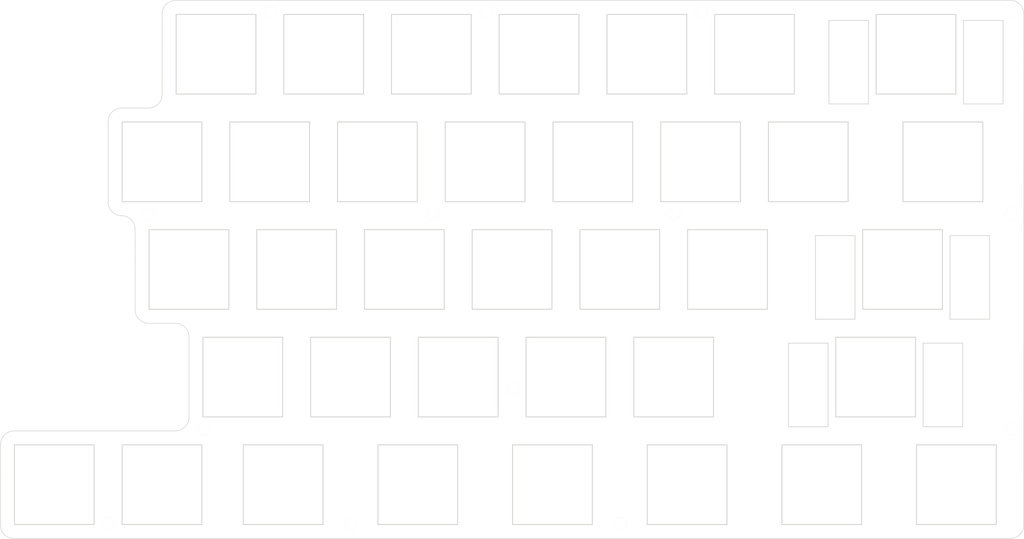
<source format=kicad_pcb>
(kicad_pcb (version 20221018) (generator pcbnew)
  (layers (0 "F.Cu" signal) (31 "B.Cu" signal) (34 "B.Paste" user) (35 "F.Paste" user) (36 "B.SilkS" user "B.Silkscreen") (37 "F.SilkS" user "F.Silkscreen") (38 "B.Mask" user) (39 "F.Mask" user) (44 "Edge.Cuts" user))
  (net 0 "")
  (footprint "kbd_SW_Hole:SW_Hole_1u" (layer "F.Cu") (at 109.39375 40.79875)
    (fp_text reference "SW36" hide)
    (fp_text value "SW_Push" hide)
    (fp_line (start -7.05 -7.05) (end 7.05 -7.05) (stroke (width 0.15)) (layer "Edge.Cuts"))
    (fp_line (start -7.05 7.05) (end -7.05 -7.05) (stroke (width 0.15)) (layer "Edge.Cuts"))
    (fp_line (start 7.05 -7.05) (end 7.05 7.05) (stroke (width 0.15)) (layer "Edge.Cuts"))
    (fp_line (start 7.05 7.05) (end -7.05 7.05) (stroke (width 0.15)) (layer "Edge.Cuts"))
  )
  (footprint "kbd_SW_Hole:SW_Hole_1.25u" (layer "F.Cu") (at 106.9975 116.99875)
    (fp_text reference "SW65" hide)
    (fp_text value "SW_Push" hide)
    (fp_line (start -7.05 -7.05) (end 7.05 -7.05) (stroke (width 0.15)) (layer "Edge.Cuts"))
    (fp_line (start -7.05 7.05) (end -7.05 -7.05) (stroke (width 0.15)) (layer "Edge.Cuts"))
    (fp_line (start 7.05 -7.05) (end 7.05 7.05) (stroke (width 0.15)) (layer "Edge.Cuts"))
    (fp_line (start 7.05 7.05) (end -7.05 7.05) (stroke (width 0.15)) (layer "Edge.Cuts"))
  )
  (footprint "kbd_SW_Hole:SW_Hole_1u" (layer "F.Cu") (at 71.30875 40.79875)
    (fp_text reference "SW34" hide)
    (fp_text value "SW_Push" hide)
    (fp_line (start -7.05 -7.05) (end 7.05 -7.05) (stroke (width 0.15)) (layer "Edge.Cuts"))
    (fp_line (start -7.05 7.05) (end -7.05 -7.05) (stroke (width 0.15)) (layer "Edge.Cuts"))
    (fp_line (start 7.05 -7.05) (end 7.05 7.05) (stroke (width 0.15)) (layer "Edge.Cuts"))
    (fp_line (start 7.05 7.05) (end -7.05 7.05) (stroke (width 0.15)) (layer "Edge.Cuts"))
  )
  (footprint "kbd_SW_Hole:SW_Hole_1u" (layer "F.Cu") (at 147.50875 40.79875)
    (fp_text reference "SW38" hide)
    (fp_text value "SW_Push" hide)
    (fp_line (start -7.05 -7.05) (end 7.05 -7.05) (stroke (width 0.15)) (layer "Edge.Cuts"))
    (fp_line (start -7.05 7.05) (end -7.05 -7.05) (stroke (width 0.15)) (layer "Edge.Cuts"))
    (fp_line (start 7.05 -7.05) (end 7.05 7.05) (stroke (width 0.15)) (layer "Edge.Cuts"))
    (fp_line (start 7.05 7.05) (end -7.05 7.05) (stroke (width 0.15)) (layer "Edge.Cuts"))
  )
  (footprint "kbd_SW_Hole:SW_Hole_1u" (layer "F.Cu") (at 99.85375 59.84875)
    (fp_text reference "SW43" hide)
    (fp_text value "SW_Push" hide)
    (fp_line (start -7.05 -7.05) (end 7.05 -7.05) (stroke (width 0.15)) (layer "Edge.Cuts"))
    (fp_line (start -7.05 7.05) (end -7.05 -7.05) (stroke (width 0.15)) (layer "Edge.Cuts"))
    (fp_line (start 7.05 -7.05) (end 7.05 7.05) (stroke (width 0.15)) (layer "Edge.Cuts"))
    (fp_line (start 7.05 7.05) (end -7.05 7.05) (stroke (width 0.15)) (layer "Edge.Cuts"))
  )
  (footprint "kbd_SW_Hole:SW_Hole_1u" (layer "F.Cu") (at 161.76625 78.89875)
    (fp_text reference "SW54" hide)
    (fp_text value "SW_Push" hide)
    (fp_line (start -7.05 -7.05) (end 7.05 -7.05) (stroke (width 0.15)) (layer "Edge.Cuts"))
    (fp_line (start -7.05 7.05) (end -7.05 -7.05) (stroke (width 0.15)) (layer "Edge.Cuts"))
    (fp_line (start 7.05 -7.05) (end 7.05 7.05) (stroke (width 0.15)) (layer "Edge.Cuts"))
    (fp_line (start 7.05 7.05) (end -7.05 7.05) (stroke (width 0.15)) (layer "Edge.Cuts"))
  )
  (footprint "kbd_Hole:m2_Screw_Hole_EdgeCuts" (layer "F.Cu") (at 52.3875 123.825)
    (fp_text reference "Ref**" hide)
    (fp_text value "Val**" hide)
    (fp_circle (center 0 0) (end 1.1 0) (stroke (width 0.01)) (fill none) (layer "Edge.Cuts"))
  )
  (footprint "kbd_Hole:m2_Screw_Hole_EdgeCuts" (layer "F.Cu") (at 69.05625 107.15625)
    (fp_text reference "Ref**" hide)
    (fp_text value "Val**" hide)
    (fp_circle (center 0 0) (end 1.1 0) (stroke (width 0.01)) (fill none) (layer "Edge.Cuts"))
  )
  (footprint "kbd_SW_Hole:SW_Hole_1u" (layer "F.Cu") (at 133.19125 97.94875)
    (fp_text reference "SW59" hide)
    (fp_text value "SW_Push" hide)
    (fp_line (start -7.05 -7.05) (end 7.05 -7.05) (stroke (width 0.15)) (layer "Edge.Cuts"))
    (fp_line (start -7.05 7.05) (end -7.05 -7.05) (stroke (width 0.15)) (layer "Edge.Cuts"))
    (fp_line (start 7.05 -7.05) (end 7.05 7.05) (stroke (width 0.15)) (layer "Edge.Cuts"))
    (fp_line (start 7.05 7.05) (end -7.05 7.05) (stroke (width 0.15)) (layer "Edge.Cuts"))
  )
  (footprint "kbd_SW_Hole:SW_Hole_1u" (layer "F.Cu") (at 142.71625 78.89875)
    (fp_text reference "SW53" hide)
    (fp_text value "SW_Push" hide)
    (fp_line (start -7.05 -7.05) (end 7.05 -7.05) (stroke (width 0.15)) (layer "Edge.Cuts"))
    (fp_line (start -7.05 7.05) (end -7.05 -7.05) (stroke (width 0.15)) (layer "Edge.Cuts"))
    (fp_line (start 7.05 -7.05) (end 7.05 7.05) (stroke (width 0.15)) (layer "Edge.Cuts"))
    (fp_line (start 7.05 7.05) (end -7.05 7.05) (stroke (width 0.15)) (layer "Edge.Cuts"))
  )
  (footprint "kbd_SW_Hole:SW_Hole_1u" (layer "F.Cu") (at 95.09125 97.94875)
    (fp_text reference "SW57" hide)
    (fp_text value "SW_Push" hide)
    (fp_line (start -7.05 -7.05) (end 7.05 -7.05) (stroke (width 0.15)) (layer "Edge.Cuts"))
    (fp_line (start -7.05 7.05) (end -7.05 -7.05) (stroke (width 0.15)) (layer "Edge.Cuts"))
    (fp_line (start 7.05 -7.05) (end 7.05 7.05) (stroke (width 0.15)) (layer "Edge.Cuts"))
    (fp_line (start 7.05 7.05) (end -7.05 7.05) (stroke (width 0.15)) (layer "Edge.Cuts"))
  )
  (footprint "kbd_Hole:m2_Screw_Hole_EdgeCuts" (layer "F.Cu") (at 211.93125 69.05625)
    (fp_text reference "Ref**" hide)
    (fp_text value "Val**" hide)
    (fp_circle (center 0 0) (end 1.1 0) (stroke (width 0.01)) (fill none) (layer "Edge.Cuts"))
  )
  (footprint "kbd_Hole:m2_Screw_Hole_EdgeCuts" (layer "F.Cu") (at 80.9625 33.3375)
    (fp_text reference "Ref**" hide)
    (fp_text value "Val**" hide)
    (fp_circle (center 0 0) (end 1.1 0) (stroke (width 0.01)) (fill none) (layer "Edge.Cuts"))
  )
  (footprint "kbd_SW_Hole:SW_Hole_1u" (layer "F.Cu") (at 90.34375 40.79875)
    (fp_text reference "SW35" hide)
    (fp_text value "SW_Push" hide)
    (fp_line (start -7.05 -7.05) (end 7.05 -7.05) (stroke (width 0.15)) (layer "Edge.Cuts"))
    (fp_line (start -7.05 7.05) (end -7.05 -7.05) (stroke (width 0.15)) (layer "Edge.Cuts"))
    (fp_line (start 7.05 -7.05) (end 7.05 7.05) (stroke (width 0.15)) (layer "Edge.Cuts"))
    (fp_line (start 7.05 7.05) (end -7.05 7.05) (stroke (width 0.15)) (layer "Edge.Cuts"))
  )
  (footprint "kbd_SW_Hole:SW_Hole_1u" (layer "F.Cu") (at 42.70375 116.99875)
    (fp_text reference "SW62" hide)
    (fp_text value "SW_Push" hide)
    (fp_line (start -7.05 -7.05) (end 7.05 -7.05) (stroke (width 0.15)) (layer "Edge.Cuts"))
    (fp_line (start -7.05 7.05) (end -7.05 -7.05) (stroke (width 0.15)) (layer "Edge.Cuts"))
    (fp_line (start 7.05 -7.05) (end 7.05 7.05) (stroke (width 0.15)) (layer "Edge.Cuts"))
    (fp_line (start 7.05 7.05) (end -7.05 7.05) (stroke (width 0.15)) (layer "Edge.Cuts"))
  )
  (footprint "kbd_SW_Hole:SW_Hole_1u" (layer "F.Cu") (at 66.51625 78.89875)
    (fp_text reference "SW49" hide)
    (fp_text value "SW_Push" hide)
    (fp_line (start -7.05 -7.05) (end 7.05 -7.05) (stroke (width 0.15)) (layer "Edge.Cuts"))
    (fp_line (start -7.05 7.05) (end -7.05 -7.05) (stroke (width 0.15)) (layer "Edge.Cuts"))
    (fp_line (start 7.05 -7.05) (end 7.05 7.05) (stroke (width 0.15)) (layer "Edge.Cuts"))
    (fp_line (start 7.05 7.05) (end -7.05 7.05) (stroke (width 0.15)) (layer "Edge.Cuts"))
  )
  (footprint "kbd_Hole:m2_Screw_Hole_EdgeCuts" (layer "F.Cu") (at 119.0625 33.3375)
    (fp_text reference "Ref**" hide)
    (fp_text value "Val**" hide)
    (fp_circle (center 0 0) (end 1.1 0) (stroke (width 0.01)) (fill none) (layer "Edge.Cuts"))
  )
  (footprint "kbd_SW_Hole:SW_Hole_1.5u" (layer "F.Cu") (at 199.86625 59.84875)
    (fp_text reference "SW48" hide)
    (fp_text value "SW_Push" hide)
    (fp_line (start -7.05 -7.05) (end 7.05 -7.05) (stroke (width 0.15)) (layer "Edge.Cuts"))
    (fp_line (start -7.05 7.05) (end -7.05 -7.05) (stroke (width 0.15)) (layer "Edge.Cuts"))
    (fp_line (start 7.05 -7.05) (end 7.05 7.05) (stroke (width 0.15)) (layer "Edge.Cuts"))
    (fp_line (start 7.05 7.05) (end -7.05 7.05) (stroke (width 0.15)) (layer "Edge.Cuts"))
  )
  (footprint "kbd_Hole:m2_Screw_Hole_EdgeCuts" (layer "F.Cu") (at 123.825 100.0125)
    (fp_text reference "Ref**" hide)
    (fp_text value "Val**" hide)
    (fp_circle (center 0 0) (end 1.1 0) (stroke (width 0.01)) (fill none) (layer "Edge.Cuts"))
  )
  (footprint "kbd_SW_Hole:SW_Hole_1.25u" (layer "F.Cu") (at 202.2475 116.99875)
    (fp_text reference "SW69" hide)
    (fp_text value "SW_Push" hide)
    (fp_line (start -7.05 -7.05) (end 7.05 -7.05) (stroke (width 0.15)) (layer "Edge.Cuts"))
    (fp_line (start -7.05 7.05) (end -7.05 -7.05) (stroke (width 0.15)) (layer "Edge.Cuts"))
    (fp_line (start 7.05 -7.05) (end 7.05 7.05) (stroke (width 0.15)) (layer "Edge.Cuts"))
    (fp_line (start 7.05 7.05) (end -7.05 7.05) (stroke (width 0.15)) (layer "Edge.Cuts"))
  )
  (footprint "kbd_SW_Hole:SW_Hole_1u" (layer "F.Cu") (at 114.14125 97.94875)
    (fp_text reference "SW58" hide)
    (fp_text value "SW_Push" hide)
    (fp_line (start -7.05 -7.05) (end 7.05 -7.05) (stroke (width 0.15)) (layer "Edge.Cuts"))
    (fp_line (start -7.05 7.05) (end -7.05 -7.05) (stroke (width 0.15)) (layer "Edge.Cuts"))
    (fp_line (start 7.05 -7.05) (end 7.05 7.05) (stroke (width 0.15)) (layer "Edge.Cuts"))
    (fp_line (start 7.05 7.05) (end -7.05 7.05) (stroke (width 0.15)) (layer "Edge.Cuts"))
  )
  (footprint "kbd_SW_Hole:SW_Hole_1u" (layer "F.Cu") (at 104.61625 78.89875)
    (fp_text reference "SW51" hide)
    (fp_text value "SW_Push" hide)
    (fp_line (start -7.05 -7.05) (end 7.05 -7.05) (stroke (width 0.15)) (layer "Edge.Cuts"))
    (fp_line (start -7.05 7.05) (end -7.05 -7.05) (stroke (width 0.15)) (layer "Edge.Cuts"))
    (fp_line (start 7.05 -7.05) (end 7.05 7.05) (stroke (width 0.15)) (layer "Edge.Cuts"))
    (fp_line (start 7.05 7.05) (end -7.05 7.05) (stroke (width 0.15)) (layer "Edge.Cuts"))
  )
  (footprint "kbd_Hole:m2_Screw_Hole_EdgeCuts" (layer "F.Cu") (at 152.4 69.05625)
    (fp_text reference "Ref**" hide)
    (fp_text value "Val**" hide)
    (fp_circle (center 0 0) (end 1.1 0) (stroke (width 0.01)) (fill none) (layer "Edge.Cuts"))
  )
  (footprint "kbd_SW_Hole:SW_Hole_1u" (layer "F.Cu") (at 61.75375 59.84875)
    (fp_text reference "SW41" hide)
    (fp_text value "SW_Push" hide)
    (fp_line (start -7.05 -7.05) (end 7.05 -7.05) (stroke (width 0.15)) (layer "Edge.Cuts"))
    (fp_line (start -7.05 7.05) (end -7.05 -7.05) (stroke (width 0.15)) (layer "Edge.Cuts"))
    (fp_line (start 7.05 -7.05) (end 7.05 7.05) (stroke (width 0.15)) (layer "Edge.Cuts"))
    (fp_line (start 7.05 7.05) (end -7.05 7.05) (stroke (width 0.15)) (layer "Edge.Cuts"))
  )
  (footprint "kbd_Hole:m2_Screw_Hole_EdgeCuts" (layer "F.Cu") (at 157.1625 33.3375)
    (fp_text reference "Ref**" hide)
    (fp_text value "Val**" hide)
    (fp_circle (center 0 0) (end 1.1 0) (stroke (width 0.01)) (fill none) (layer "Edge.Cuts"))
  )
  (footprint "kbd_SW_Hole:SW_Hole_1u" (layer "F.Cu") (at 118.90375 59.84875)
    (fp_text reference "SW44" hide)
    (fp_text value "SW_Push" hide)
    (fp_line (start -7.05 -7.05) (end 7.05 -7.05) (stroke (width 0.15)) (layer "Edge.Cuts"))
    (fp_line (start -7.05 7.05) (end -7.05 -7.05) (stroke (width 0.15)) (layer "Edge.Cuts"))
    (fp_line (start 7.05 -7.05) (end 7.05 7.05) (stroke (width 0.15)) (layer "Edge.Cuts"))
    (fp_line (start 7.05 7.05) (end -7.05 7.05) (stroke (width 0.15)) (layer "Edge.Cuts"))
  )
  (footprint "kbd_SW_Hole:SW_Hole_2.25u" (layer "F.Cu") (at 192.7225 78.89875)
    (fp_text reference "SW55" hide)
    (fp_text value "SW_Push" hide)
    (fp_line (start -15.4 -6) (end -8.4 -6) (stroke (width 0.12)) (layer "Edge.Cuts"))
    (fp_line (start -15.4 8.8) (end -15.4 -6) (stroke (width 0.12)) (layer "Edge.Cuts"))
    (fp_line (start -8.4 -6) (end -8.4 8.8) (stroke (width 0.12)) (layer "Edge.Cuts"))
    (fp_line (start -8.4 8.8) (end -15.4 8.8) (stroke (width 0.12)) (layer "Edge.Cuts"))
    (fp_line (start -7.05 -7.05) (end 7.05 -7.05) (stroke (width 0.15)) (layer "Edge.Cuts"))
    (fp_line (start -7.05 7.05) (end -7.05 -7.05) (stroke (width 0.15)) (layer "Edge.Cuts"))
    (fp_line (start 7.05 -7.05) (end 7.05 7.05) (stroke (width 0.15)) (layer "Edge.Cuts"))
    (fp_line (start 7.05 7.05) (end -7.05 7.05) (stroke (width 0.15)) (layer "Edge.Cuts"))
    (fp_line (start 8.4 -6) (end 8.4 8.8) (stroke (width 0.12)) (layer "Edge.Cuts"))
    (fp_line (start 8.4 8.8) (end 15.4 8.8) (stroke (width 0.12)) (layer "Edge.Cuts"))
    (fp_line (start 15.4 -6) (end 8.4 -6) (stroke (width 0.12)) (layer "Edge.Cuts"))
    (fp_line (start 15.4 8.8) (end 15.4 -6) (stroke (width 0.12)) (layer "Edge.Cuts"))
  )
  (footprint "kbd_SW_Hole:SW_Hole_1u" (layer "F.Cu") (at 176.05375 59.84875)
    (fp_text reference "SW47" hide)
    (fp_text value "SW_Push" hide)
    (fp_line (start -7.05 -7.05) (end 7.05 -7.05) (stroke (width 0.15)) (layer "Edge.Cuts"))
    (fp_line (start -7.05 7.05) (end -7.05 -7.05) (stroke (width 0.15)) (layer "Edge.Cuts"))
    (fp_line (start 7.05 -7.05) (end 7.05 7.05) (stroke (width 0.15)) (layer "Edge.Cuts"))
    (fp_line (start 7.05 7.05) (end -7.05 7.05) (stroke (width 0.15)) (layer "Edge.Cuts"))
  )
  (footprint "kbd_SW_Hole:SW_Hole_2u" (layer "F.Cu") (at 195.10375 40.79875)
    (fp_text reference "SW40" hide)
    (fp_text value "SW_Push" hide)
    (fp_line (start -15.4 -6) (end -8.4 -6) (stroke (width 0.12)) (layer "Edge.Cuts"))
    (fp_line (start -15.4 8.8) (end -15.4 -6) (stroke (width 0.12)) (layer "Edge.Cuts"))
    (fp_line (start -8.4 -6) (end -8.4 8.8) (stroke (width 0.12)) (layer "Edge.Cuts"))
    (fp_line (start -8.4 8.8) (end -15.4 8.8) (stroke (width 0.12)) (layer "Edge.Cuts"))
    (fp_line (start -7.05 -7.05) (end 7.05 -7.05) (stroke (width 0.15)) (layer "Edge.Cuts"))
    (fp_line (start -7.05 7.05) (end -7.05 -7.05) (stroke (width 0.15)) (layer "Edge.Cuts"))
    (fp_line (start 7.05 -7.05) (end 7.05 7.05) (stroke (width 0.15)) (layer "Edge.Cuts"))
    (fp_line (start 7.05 7.05) (end -7.05 7.05) (stroke (width 0.15)) (layer "Edge.Cuts"))
    (fp_line (start 8.4 -6) (end 8.4 8.8) (stroke (width 0.12)) (layer "Edge.Cuts"))
    (fp_line (start 8.4 8.8) (end 15.4 8.8) (stroke (width 0.12)) (layer "Edge.Cuts"))
    (fp_line (start 15.4 -6) (end 8.4 -6) (stroke (width 0.12)) (layer "Edge.Cuts"))
    (fp_line (start 15.4 8.8) (end 15.4 -6) (stroke (width 0.12)) (layer "Edge.Cuts"))
  )
  (footprint "kbd_SW_Hole:SW_Hole_1u" (layer "F.Cu") (at 166.54375 40.79875)
    (fp_text reference "SW39" hide)
    (fp_text value "SW_Push" hide)
    (fp_line (start -7.05 -7.05) (end 7.05 -7.05) (stroke (width 0.15)) (layer "Edge.Cuts"))
    (fp_line (start -7.05 7.05) (end -7.05 -7.05) (stroke (width 0.15)) (layer "Edge.Cuts"))
    (fp_line (start 7.05 -7.05) (end 7.05 7.05) (stroke (width 0.15)) (layer "Edge.Cuts"))
    (fp_line (start 7.05 7.05) (end -7.05 7.05) (stroke (width 0.15)) (layer "Edge.Cuts"))
  )
  (footprint "kbd_SW_Hole:SW_Hole_1.25u" (layer "F.Cu") (at 130.81 116.99875)
    (fp_text reference "SW66" hide)
    (fp_text value "SW_Push" hide)
    (fp_line (start -7.05 -7.05) (end 7.05 -7.05) (stroke (width 0.15)) (layer "Edge.Cuts"))
    (fp_line (start -7.05 7.05) (end -7.05 -7.05) (stroke (width 0.15)) (layer "Edge.Cuts"))
    (fp_line (start 7.05 -7.05) (end 7.05 7.05) (stroke (width 0.15)) (layer "Edge.Cuts"))
    (fp_line (start 7.05 7.05) (end -7.05 7.05) (stroke (width 0.15)) (layer "Edge.Cuts"))
  )
  (footprint "kbd_Hole:m2_Screw_Hole_EdgeCuts" (layer "F.Cu") (at 211.93125 33.3375)
    (fp_text reference "Ref**" hide)
    (fp_text value "Val**" hide)
    (fp_circle (center 0 0) (end 1.1 0) (stroke (width 0.01)) (fill none) (layer "Edge.Cuts"))
  )
  (footprint "kbd_SW_Hole:SW_Hole_1u" (layer "F.Cu") (at 128.44375 40.79875)
    (fp_text reference "SW37" hide)
    (fp_text value "SW_Push" hide)
    (fp_line (start -7.05 -7.05) (end 7.05 -7.05) (stroke (width 0.15)) (layer "Edge.Cuts"))
    (fp_line (start -7.05 7.05) (end -7.05 -7.05) (stroke (width 0.15)) (layer "Edge.Cuts"))
    (fp_line (start 7.05 -7.05) (end 7.05 7.05) (stroke (width 0.15)) (layer "Edge.Cuts"))
    (fp_line (start 7.05 7.05) (end -7.05 7.05) (stroke (width 0.15)) (layer "Edge.Cuts"))
  )
  (footprint "kbd_SW_Hole:SW_Hole_2.75u" (layer "F.Cu") (at 187.96 97.94875)
    (fp_text reference "SW61" hide)
    (fp_text value "SW_Push" hide)
    (fp_line (start -15.4 -6) (end -8.4 -6) (stroke (width 0.12)) (layer "Edge.Cuts"))
    (fp_line (start -15.4 8.8) (end -15.4 -6) (stroke (width 0.12)) (layer "Edge.Cuts"))
    (fp_line (start -8.4 -6) (end -8.4 8.8) (stroke (width 0.12)) (layer "Edge.Cuts"))
    (fp_line (start -8.4 8.8) (end -15.4 8.8) (stroke (width 0.12)) (layer "Edge.Cuts"))
    (fp_line (start -7.05 -7.05) (end 7.05 -7.05) (stroke (width 0.15)) (layer "Edge.Cuts"))
    (fp_line (start -7.05 7.05) (end -7.05 -7.05) (stroke (width 0.15)) (layer "Edge.Cuts"))
    (fp_line (start 7.05 -7.05) (end 7.05 7.05) (stroke (width 0.15)) (layer "Edge.Cuts"))
    (fp_line (start 7.05 7.05) (end -7.05 7.05) (stroke (width 0.15)) (layer "Edge.Cuts"))
    (fp_line (start 8.4 -6) (end 8.4 8.8) (stroke (width 0.12)) (layer "Edge.Cuts"))
    (fp_line (start 8.4 8.8) (end 15.4 8.8) (stroke (width 0.12)) (layer "Edge.Cuts"))
    (fp_line (start 15.4 -6) (end 8.4 -6) (stroke (width 0.12)) (layer "Edge.Cuts"))
    (fp_line (start 15.4 8.8) (end 15.4 -6) (stroke (width 0.12)) (layer "Edge.Cuts"))
  )
  (footprint "kbd_SW_Hole:SW_Hole_1.25u" (layer "F.Cu") (at 83.185 116.99875)
    (fp_text reference "SW64" hide)
    (fp_text value "SW_Push" hide)
    (fp_line (start -7.05 -7.05) (end 7.05 -7.05) (stroke (width 0.15)) (layer "Edge.Cuts"))
    (fp_line (start -7.05 7.05) (end -7.05 -7.05) (stroke (width 0.15)) (layer "Edge.Cuts"))
    (fp_line (start 7.05 -7.05) (end 7.05 7.05) (stroke (width 0.15)) (layer "Edge.Cuts"))
    (fp_line (start 7.05 7.05) (end -7.05 7.05) (stroke (width 0.15)) (layer "Edge.Cuts"))
  )
  (footprint "kbd_SW_Hole:SW_Hole_1u" (layer "F.Cu") (at 80.80375 59.84875)
    (fp_text reference "SW42" hide)
    (fp_text value "SW_Push" hide)
    (fp_line (start -7.05 -7.05) (end 7.05 -7.05) (stroke (width 0.15)) (layer "Edge.Cuts"))
    (fp_line (start -7.05 7.05) (end -7.05 -7.05) (stroke (width 0.15)) (layer "Edge.Cuts"))
    (fp_line (start 7.05 -7.05) (end 7.05 7.05) (stroke (width 0.15)) (layer "Edge.Cuts"))
    (fp_line (start 7.05 7.05) (end -7.05 7.05) (stroke (width 0.15)) (layer "Edge.Cuts"))
  )
  (footprint "kbd_SW_Hole:SW_Hole_1u" (layer "F.Cu") (at 61.75375 116.99875)
    (fp_text reference "SW63" hide)
    (fp_text value "SW_Push" hide)
    (fp_line (start -7.05 -7.05) (end 7.05 -7.05) (stroke (width 0.15)) (layer "Edge.Cuts"))
    (fp_line (start -7.05 7.05) (end -7.05 -7.05) (stroke (width 0.15)) (layer "Edge.Cuts"))
    (fp_line (start 7.05 -7.05) (end 7.05 7.05) (stroke (width 0.15)) (layer "Edge.Cuts"))
    (fp_line (start 7.05 7.05) (end -7.05 7.05) (stroke (width 0.15)) (layer "Edge.Cuts"))
  )
  (footprint "kbd_SW_Hole:SW_Hole_1u" (layer "F.Cu") (at 152.24125 97.94875)
    (fp_text reference "SW60" hide)
    (fp_text value "SW_Push" hide)
    (fp_line (start -7.05 -7.05) (end 7.05 -7.05) (stroke (width 0.15)) (layer "Edge.Cuts"))
    (fp_line (start -7.05 7.05) (end -7.05 -7.05) (stroke (width 0.15)) (layer "Edge.Cuts"))
    (fp_line (start 7.05 -7.05) (end 7.05 7.05) (stroke (width 0.15)) (layer "Edge.Cuts"))
    (fp_line (start 7.05 7.05) (end -7.05 7.05) (stroke (width 0.15)) (layer "Edge.Cuts"))
  )
  (footprint "kbd_Hole:m2_Screw_Hole_EdgeCuts" (layer "F.Cu") (at 109.5375 69.05625)
    (fp_text reference "Ref**" hide)
    (fp_text value "Val**" hide)
    (fp_circle (center 0 0) (end 1.1 0) (stroke (width 0.01)) (fill none) (layer "Edge.Cuts"))
  )
  (footprint "kbd_SW_Hole:SW_Hole_1u" (layer "F.Cu") (at 123.66625 78.89875)
    (fp_text reference "SW52" hide)
    (fp_text value "SW_Push" hide)
    (fp_line (start -7.05 -7.05) (end 7.05 -7.05) (stroke (width 0.15)) (layer "Edge.Cuts"))
    (fp_line (start -7.05 7.05) (end -7.05 -7.05) (stroke (width 0.15)) (layer "Edge.Cuts"))
    (fp_line (start 7.05 -7.05) (end 7.05 7.05) (stroke (width 0.15)) (layer "Edge.Cuts"))
    (fp_line (start 7.05 7.05) (end -7.05 7.05) (stroke (width 0.15)) (layer "Edge.Cuts"))
  )
  (footprint "kbd_Hole:m2_Screw_Hole_EdgeCuts" (layer "F.Cu") (at 59.53125 69.05625)
    (fp_text reference "Ref**" hide)
    (fp_text value "Val**" hide)
    (fp_circle (center 0 0) (end 1.1 0) (stroke (width 0.01)) (fill none) (layer "Edge.Cuts"))
  )
  (footprint "kbd_Hole:m2_Screw_Hole_EdgeCuts" (layer "F.Cu") (at 211.93125 107.15625)
    (fp_text reference "Ref**" hide)
    (fp_text value "Val**" hide)
    (fp_circle (center 0 0) (end 1.1 0) (stroke (width 0.01)) (fill none) (layer "Edge.Cuts"))
  )
  (footprint "kbd_Hole:m2_Screw_Hole_EdgeCuts" (layer "F.Cu") (at 142.875 123.825)
    (fp_text reference "Ref**" hide)
    (fp_text value "Val**" hide)
    (fp_circle (center 0 0) (end 1.1 0) (stroke (width 0.01)) (fill none) (layer "Edge.Cuts"))
  )
  (footprint "kbd_Hole:m2_Screw_Hole_EdgeCuts" (layer "F.Cu") (at 95.25 123.825)
    (fp_text reference "Ref**" hide)
    (fp_text value "Val**" hide)
    (fp_circle (center 0 0) (end 1.1 0) (stroke (width 0.01)) (fill none) (layer "Edge.Cuts"))
  )
  (footprint "kbd_SW_Hole:SW_Hole_1.25u" (layer "F.Cu") (at 178.435 116.99875)
    (fp_text reference "SW68" hide)
    (fp_text value "SW_Push" hide)
    (fp_line (start -7.05 -7.05) (end 7.05 -7.05) (stroke (width 0.15)) (layer "Edge.Cuts"))
    (fp_line (start -7.05 7.05) (end -7.05 -7.05) (stroke (width 0.15)) (layer "Edge.Cuts"))
    (fp_line (start 7.05 -7.05) (end 7.05 7.05) (stroke (width 0.15)) (layer "Edge.Cuts"))
    (fp_line (start 7.05 7.05) (end -7.05 7.05) (stroke (width 0.15)) (layer "Edge.Cuts"))
  )
  (footprint "kbd_SW_Hole:SW_Hole_1u" (layer "F.Cu") (at 76.04125 97.94875)
    (fp_text reference "SW56" hide)
    (fp_text value "SW_Push" hide)
    (fp_line (start -7.05 -7.05) (end 7.05 -7.05) (stroke (width 0.15)) (layer "Edge.Cuts"))
    (fp_line (start -7.05 7.05) (end -7.05 -7.05) (stroke (width 0.15)) (layer "Edge.Cuts"))
    (fp_line (start 7.05 -7.05) (end 7.05 7.05) (stroke (width 0.15)) (layer "Edge.Cuts"))
    (fp_line (start 7.05 7.05) (end -7.05 7.05) (stroke (width 0.15)) (layer "Edge.Cuts"))
  )
  (footprint "kbd_SW_Hole:SW_Hole_1u" (layer "F.Cu") (at 137.95375 59.84875)
    (fp_text reference "SW45" hide)
    (fp_text value "SW_Push" hide)
    (fp_line (start -7.05 -7.05) (end 7.05 -7.05) (stroke (width 0.15)) (layer "Edge.Cuts"))
    (fp_line (start -7.05 7.05) (end -7.05 -7.05) (stroke (width 0.15)) (layer "Edge.Cuts"))
    (fp_line (start 7.05 -7.05) (end 7.05 7.05) (stroke (width 0.15)) (layer "Edge.Cuts"))
    (fp_line (start 7.05 7.05) (end -7.05 7.05) (stroke (width 0.15)) (layer "Edge.Cuts"))
  )
  (footprint "kbd_SW_Hole:SW_Hole_1u" (layer "F.Cu") (at 157.00375 59.84875)
    (fp_text reference "SW46" hide)
    (fp_text value "SW_Push" hide)
    (fp_line (start -7.05 -7.05) (end 7.05 -7.05) (stroke (width 0.15)) (layer "Edge.Cuts"))
    (fp_line (start -7.05 7.05) (end -7.05 -7.05) (stroke (width 0.15)) (layer "Edge.Cuts"))
    (fp_line (start 7.05 -7.05) (end 7.05 7.05) (stroke (width 0.15)) (layer "Edge.Cuts"))
    (fp_line (start 7.05 7.05) (end -7.05 7.05) (stroke (width 0.15)) (layer "Edge.Cuts"))
  )
  (footprint "kbd_SW_Hole:SW_Hole_1.25u" (layer "F.Cu") (at 154.6225 116.99875)
    (fp_text reference "SW67" hide)
    (fp_text value "SW_Push" hide)
    (fp_line (start -7.05 -7.05) (end 7.05 -7.05) (stroke (width 0.15)) (layer "Edge.Cuts"))
    (fp_line (start -7.05 7.05) (end -7.05 -7.05) (stroke (width 0.15)) (layer "Edge.Cuts"))
    (fp_line (start 7.05 -7.05) (end 7.05 7.05) (stroke (width 0.15)) (layer "Edge.Cuts"))
    (fp_line (start 7.05 7.05) (end -7.05 7.05) (stroke (width 0.15)) (layer "Edge.Cuts"))
  )
  (footprint "kbd_SW_Hole:SW_Hole_1u" (layer "F.Cu") (at 85.56625 78.89875)
    (fp_text reference "SW50" hide)
    (fp_text value "SW_Push" hide)
    (fp_line (start -7.05 -7.05) (end 7.05 -7.05) (stroke (width 0.15)) (layer "Edge.Cuts"))
    (fp_line (start -7.05 7.05) (end -7.05 -7.05) (stroke (width 0.15)) (layer "Edge.Cuts"))
    (fp_line (start 7.05 -7.05) (end 7.05 7.05) (stroke (width 0.15)) (layer "Edge.Cuts"))
    (fp_line (start 7.05 7.05) (end -7.05 7.05) (stroke (width 0.15)) (layer "Edge.Cuts"))
  )
  (gr_line (start 59.383799 88.422452) (end 64.141201 88.427548) (stroke (width 0.1)) (layer "Edge.Cuts"))
  (gr_arc (start 61.777548 33.658799) (mid 62.475 31.975) (end 64.158798 31.277549) (stroke (width 0.1)) (layer "Edge.Cuts"))
  (gr_line (start 64.141202 107.472451) (end 35.583798 107.477549) (stroke (width 0.1)) (layer "Edge.Cuts"))
  (gr_arc (start 52.227548 52.708799) (mid 52.924999 51.025) (end 54.608798 50.327549) (stroke (width 0.1)) (layer "Edge.Cuts"))
  (gr_arc (start 59.383799 88.422452) (mid 57.7 87.725001) (end 57.002549 86.041202) (stroke (width 0.1)) (layer "Edge.Cuts"))
  (gr_line (start 211.791202 31.257548) (end 64.158798 31.277549) (stroke (width 0.1)) (layer "Edge.Cuts"))
  (gr_line (start 214.172452 33.638798) (end 214.152452 124.151202) (stroke (width 0.1)) (layer "Edge.Cuts"))
  (gr_line (start 33.202548 109.858799) (end 33.193798 124.379952) (stroke (width 0.1)) (layer "Edge.Cuts"))
  (gr_arc (start 35.568798 126.537192) (mid 33.964561 125.917376) (end 33.193799 124.379952) (stroke (width 0.1)) (layer "Edge.Cuts"))
  (gr_line (start 66.522451 90.808798) (end 66.522452 105.091201) (stroke (width 0.1)) (layer "Edge.Cuts"))
  (gr_arc (start 64.141201 88.427548) (mid 65.825 89.124999) (end 66.522451 90.808798) (stroke (width 0.1)) (layer "Edge.Cuts"))
  (gr_arc (start 54.616201 69.377548) (mid 56.3 70.074999) (end 56.997451 71.758798) (stroke (width 0.1)) (layer "Edge.Cuts"))
  (gr_arc (start 214.152452 124.151202) (mid 213.455 125.835) (end 211.771202 126.532452) (stroke (width 0.1)) (layer "Edge.Cuts"))
  (gr_line (start 52.227548 52.708799) (end 52.227549 66.991202) (stroke (width 0.1)) (layer "Edge.Cuts"))
  (gr_arc (start 33.202548 109.858799) (mid 33.899999 108.175) (end 35.583798 107.477549) (stroke (width 0.1)) (layer "Edge.Cuts"))
  (gr_arc (start 61.772452 47.941201) (mid 61.075001 49.625) (end 59.391202 50.322451) (stroke (width 0.1)) (layer "Edge.Cuts"))
  (gr_line (start 35.568798 126.532452) (end 211.771202 126.532452) (stroke (width 0.1)) (layer "Edge.Cuts"))
  (gr_line (start 61.772452 47.941201) (end 61.777548 33.658799) (stroke (width 0.1)) (layer "Edge.Cuts"))
  (gr_line (start 56.997451 71.758798) (end 57.002549 86.041202) (stroke (width 0.1)) (layer "Edge.Cuts"))
  (gr_arc (start 211.791202 31.257548) (mid 213.475 31.955) (end 214.172452 33.638798) (stroke (width 0.1)) (layer "Edge.Cuts"))
  (gr_line (start 59.391202 50.322451) (end 54.608798 50.327549) (stroke (width 0.1)) (layer "Edge.Cuts"))
  (gr_line (start 54.608799 69.372452) (end 54.616201 69.377548) (stroke (width 0.1)) (layer "Edge.Cuts"))
  (gr_arc (start 54.608799 69.372452) (mid 52.925 68.675001) (end 52.227549 66.991202) (stroke (width 0.1)) (layer "Edge.Cuts"))
  (gr_arc (start 66.522452 105.091201) (mid 65.825001 106.775) (end 64.141202 107.472451) (stroke (width 0.1)) (layer "Edge.Cuts"))
)
</source>
